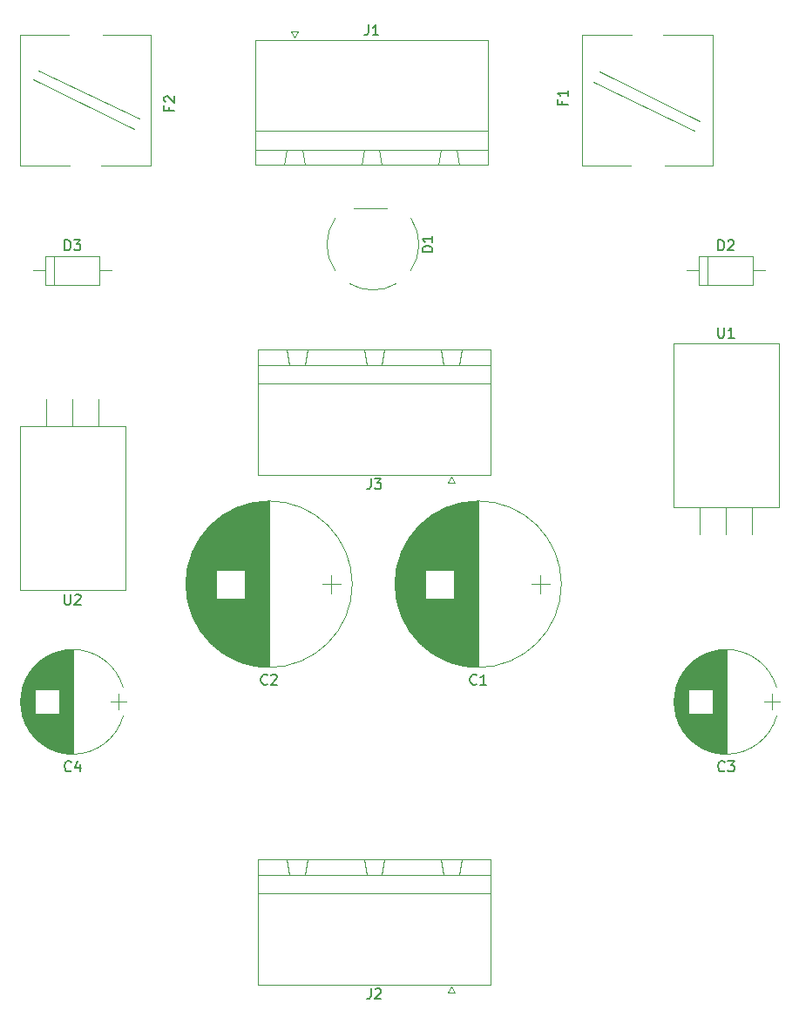
<source format=gto>
G04 #@! TF.GenerationSoftware,KiCad,Pcbnew,5.1.4-5.1.4*
G04 #@! TF.CreationDate,2019-11-01T09:42:33+01:00*
G04 #@! TF.ProjectId,Linear-Netzteil,4c696e65-6172-42d4-9e65-747a7465696c,rev?*
G04 #@! TF.SameCoordinates,Original*
G04 #@! TF.FileFunction,Legend,Top*
G04 #@! TF.FilePolarity,Positive*
%FSLAX46Y46*%
G04 Gerber Fmt 4.6, Leading zero omitted, Abs format (unit mm)*
G04 Created by KiCad (PCBNEW 5.1.4-5.1.4) date 2019-11-01 09:42:33*
%MOMM*%
%LPD*%
G04 APERTURE LIST*
%ADD10C,0.120000*%
%ADD11C,0.150000*%
G04 APERTURE END LIST*
D10*
X130570000Y-122820000D02*
X130570000Y-121020000D01*
X131470000Y-121920000D02*
X129670000Y-121920000D01*
X116439000Y-122283000D02*
X116439000Y-121557000D01*
X116479000Y-122779000D02*
X116479000Y-121061000D01*
X116519000Y-123084000D02*
X116519000Y-120756000D01*
X116559000Y-123325000D02*
X116559000Y-120515000D01*
X116599000Y-123530000D02*
X116599000Y-120310000D01*
X116639000Y-123712000D02*
X116639000Y-120128000D01*
X116679000Y-123876000D02*
X116679000Y-119964000D01*
X116719000Y-124027000D02*
X116719000Y-119813000D01*
X116759000Y-124168000D02*
X116759000Y-119672000D01*
X116799000Y-124299000D02*
X116799000Y-119541000D01*
X116839000Y-124423000D02*
X116839000Y-119417000D01*
X116879000Y-124541000D02*
X116879000Y-119299000D01*
X116919000Y-124653000D02*
X116919000Y-119187000D01*
X116959000Y-124761000D02*
X116959000Y-119079000D01*
X116999000Y-124863000D02*
X116999000Y-118977000D01*
X117039000Y-124962000D02*
X117039000Y-118878000D01*
X117079000Y-125058000D02*
X117079000Y-118782000D01*
X117119000Y-125150000D02*
X117119000Y-118690000D01*
X117159000Y-125239000D02*
X117159000Y-118601000D01*
X117199000Y-125325000D02*
X117199000Y-118515000D01*
X117239000Y-125409000D02*
X117239000Y-118431000D01*
X117279000Y-125490000D02*
X117279000Y-118350000D01*
X117319000Y-125569000D02*
X117319000Y-118271000D01*
X117359000Y-125646000D02*
X117359000Y-118194000D01*
X117399000Y-125722000D02*
X117399000Y-118118000D01*
X117439000Y-125795000D02*
X117439000Y-118045000D01*
X117479000Y-125866000D02*
X117479000Y-117974000D01*
X117519000Y-125936000D02*
X117519000Y-117904000D01*
X117559000Y-126004000D02*
X117559000Y-117836000D01*
X117599000Y-126071000D02*
X117599000Y-117769000D01*
X117639000Y-126137000D02*
X117639000Y-117703000D01*
X117679000Y-126201000D02*
X117679000Y-117639000D01*
X117719000Y-126263000D02*
X117719000Y-117577000D01*
X117759000Y-126325000D02*
X117759000Y-117515000D01*
X117799000Y-126385000D02*
X117799000Y-117455000D01*
X117839000Y-126444000D02*
X117839000Y-117396000D01*
X117879000Y-126502000D02*
X117879000Y-117338000D01*
X117919000Y-126559000D02*
X117919000Y-117281000D01*
X117959000Y-126615000D02*
X117959000Y-117225000D01*
X117999000Y-126670000D02*
X117999000Y-117170000D01*
X118039000Y-126724000D02*
X118039000Y-117116000D01*
X118079000Y-126777000D02*
X118079000Y-117063000D01*
X118119000Y-126829000D02*
X118119000Y-117011000D01*
X118159000Y-126880000D02*
X118159000Y-116960000D01*
X118199000Y-126931000D02*
X118199000Y-116909000D01*
X118239000Y-126980000D02*
X118239000Y-116860000D01*
X118279000Y-127029000D02*
X118279000Y-116811000D01*
X118319000Y-127077000D02*
X118319000Y-116763000D01*
X118359000Y-127125000D02*
X118359000Y-116715000D01*
X118399000Y-127171000D02*
X118399000Y-116669000D01*
X118439000Y-127217000D02*
X118439000Y-116623000D01*
X118479000Y-127263000D02*
X118479000Y-116577000D01*
X118519000Y-127307000D02*
X118519000Y-116533000D01*
X118559000Y-127351000D02*
X118559000Y-116489000D01*
X118599000Y-127394000D02*
X118599000Y-116446000D01*
X118639000Y-127437000D02*
X118639000Y-116403000D01*
X118679000Y-127479000D02*
X118679000Y-116361000D01*
X118719000Y-127520000D02*
X118719000Y-116320000D01*
X118759000Y-127561000D02*
X118759000Y-116279000D01*
X118799000Y-127601000D02*
X118799000Y-116239000D01*
X118839000Y-127641000D02*
X118839000Y-116199000D01*
X118879000Y-127680000D02*
X118879000Y-116160000D01*
X118919000Y-127719000D02*
X118919000Y-116121000D01*
X118959000Y-127757000D02*
X118959000Y-116083000D01*
X118999000Y-127795000D02*
X118999000Y-116045000D01*
X119039000Y-127832000D02*
X119039000Y-116008000D01*
X119079000Y-127868000D02*
X119079000Y-115972000D01*
X119119000Y-127904000D02*
X119119000Y-115936000D01*
X119159000Y-127940000D02*
X119159000Y-115900000D01*
X119199000Y-127975000D02*
X119199000Y-115865000D01*
X119239000Y-128010000D02*
X119239000Y-115830000D01*
X119279000Y-128044000D02*
X119279000Y-115796000D01*
X119319000Y-128078000D02*
X119319000Y-115762000D01*
X119359000Y-128111000D02*
X119359000Y-115729000D01*
X119399000Y-120540000D02*
X119399000Y-115696000D01*
X119399000Y-128144000D02*
X119399000Y-123300000D01*
X119439000Y-120540000D02*
X119439000Y-115663000D01*
X119439000Y-128177000D02*
X119439000Y-123300000D01*
X119479000Y-120540000D02*
X119479000Y-115631000D01*
X119479000Y-128209000D02*
X119479000Y-123300000D01*
X119519000Y-120540000D02*
X119519000Y-115600000D01*
X119519000Y-128240000D02*
X119519000Y-123300000D01*
X119559000Y-120540000D02*
X119559000Y-115568000D01*
X119559000Y-128272000D02*
X119559000Y-123300000D01*
X119599000Y-120540000D02*
X119599000Y-115538000D01*
X119599000Y-128302000D02*
X119599000Y-123300000D01*
X119639000Y-120540000D02*
X119639000Y-115507000D01*
X119639000Y-128333000D02*
X119639000Y-123300000D01*
X119679000Y-120540000D02*
X119679000Y-115477000D01*
X119679000Y-128363000D02*
X119679000Y-123300000D01*
X119719000Y-120540000D02*
X119719000Y-115447000D01*
X119719000Y-128393000D02*
X119719000Y-123300000D01*
X119759000Y-120540000D02*
X119759000Y-115418000D01*
X119759000Y-128422000D02*
X119759000Y-123300000D01*
X119799000Y-120540000D02*
X119799000Y-115389000D01*
X119799000Y-128451000D02*
X119799000Y-123300000D01*
X119839000Y-120540000D02*
X119839000Y-115361000D01*
X119839000Y-128479000D02*
X119839000Y-123300000D01*
X119879000Y-120540000D02*
X119879000Y-115332000D01*
X119879000Y-128508000D02*
X119879000Y-123300000D01*
X119919000Y-120540000D02*
X119919000Y-115305000D01*
X119919000Y-128535000D02*
X119919000Y-123300000D01*
X119959000Y-120540000D02*
X119959000Y-115277000D01*
X119959000Y-128563000D02*
X119959000Y-123300000D01*
X119999000Y-120540000D02*
X119999000Y-115250000D01*
X119999000Y-128590000D02*
X119999000Y-123300000D01*
X120039000Y-120540000D02*
X120039000Y-115223000D01*
X120039000Y-128617000D02*
X120039000Y-123300000D01*
X120079000Y-120540000D02*
X120079000Y-115197000D01*
X120079000Y-128643000D02*
X120079000Y-123300000D01*
X120119000Y-120540000D02*
X120119000Y-115171000D01*
X120119000Y-128669000D02*
X120119000Y-123300000D01*
X120159000Y-120540000D02*
X120159000Y-115145000D01*
X120159000Y-128695000D02*
X120159000Y-123300000D01*
X120199000Y-120540000D02*
X120199000Y-115119000D01*
X120199000Y-128721000D02*
X120199000Y-123300000D01*
X120239000Y-120540000D02*
X120239000Y-115094000D01*
X120239000Y-128746000D02*
X120239000Y-123300000D01*
X120279000Y-120540000D02*
X120279000Y-115070000D01*
X120279000Y-128770000D02*
X120279000Y-123300000D01*
X120319000Y-120540000D02*
X120319000Y-115045000D01*
X120319000Y-128795000D02*
X120319000Y-123300000D01*
X120359000Y-120540000D02*
X120359000Y-115021000D01*
X120359000Y-128819000D02*
X120359000Y-123300000D01*
X120399000Y-120540000D02*
X120399000Y-114997000D01*
X120399000Y-128843000D02*
X120399000Y-123300000D01*
X120439000Y-120540000D02*
X120439000Y-114974000D01*
X120439000Y-128866000D02*
X120439000Y-123300000D01*
X120479000Y-120540000D02*
X120479000Y-114950000D01*
X120479000Y-128890000D02*
X120479000Y-123300000D01*
X120519000Y-120540000D02*
X120519000Y-114928000D01*
X120519000Y-128912000D02*
X120519000Y-123300000D01*
X120559000Y-120540000D02*
X120559000Y-114905000D01*
X120559000Y-128935000D02*
X120559000Y-123300000D01*
X120599000Y-120540000D02*
X120599000Y-114883000D01*
X120599000Y-128957000D02*
X120599000Y-123300000D01*
X120639000Y-120540000D02*
X120639000Y-114861000D01*
X120639000Y-128979000D02*
X120639000Y-123300000D01*
X120679000Y-120540000D02*
X120679000Y-114839000D01*
X120679000Y-129001000D02*
X120679000Y-123300000D01*
X120719000Y-120540000D02*
X120719000Y-114818000D01*
X120719000Y-129022000D02*
X120719000Y-123300000D01*
X120759000Y-120540000D02*
X120759000Y-114796000D01*
X120759000Y-129044000D02*
X120759000Y-123300000D01*
X120799000Y-120540000D02*
X120799000Y-114776000D01*
X120799000Y-129064000D02*
X120799000Y-123300000D01*
X120839000Y-120540000D02*
X120839000Y-114755000D01*
X120839000Y-129085000D02*
X120839000Y-123300000D01*
X120879000Y-120540000D02*
X120879000Y-114735000D01*
X120879000Y-129105000D02*
X120879000Y-123300000D01*
X120919000Y-120540000D02*
X120919000Y-114715000D01*
X120919000Y-129125000D02*
X120919000Y-123300000D01*
X120959000Y-120540000D02*
X120959000Y-114695000D01*
X120959000Y-129145000D02*
X120959000Y-123300000D01*
X120999000Y-120540000D02*
X120999000Y-114675000D01*
X120999000Y-129165000D02*
X120999000Y-123300000D01*
X121039000Y-120540000D02*
X121039000Y-114656000D01*
X121039000Y-129184000D02*
X121039000Y-123300000D01*
X121079000Y-120540000D02*
X121079000Y-114637000D01*
X121079000Y-129203000D02*
X121079000Y-123300000D01*
X121119000Y-120540000D02*
X121119000Y-114619000D01*
X121119000Y-129221000D02*
X121119000Y-123300000D01*
X121159000Y-120540000D02*
X121159000Y-114600000D01*
X121159000Y-129240000D02*
X121159000Y-123300000D01*
X121199000Y-120540000D02*
X121199000Y-114582000D01*
X121199000Y-129258000D02*
X121199000Y-123300000D01*
X121239000Y-120540000D02*
X121239000Y-114564000D01*
X121239000Y-129276000D02*
X121239000Y-123300000D01*
X121279000Y-120540000D02*
X121279000Y-114547000D01*
X121279000Y-129293000D02*
X121279000Y-123300000D01*
X121319000Y-120540000D02*
X121319000Y-114529000D01*
X121319000Y-129311000D02*
X121319000Y-123300000D01*
X121359000Y-120540000D02*
X121359000Y-114512000D01*
X121359000Y-129328000D02*
X121359000Y-123300000D01*
X121399000Y-120540000D02*
X121399000Y-114495000D01*
X121399000Y-129345000D02*
X121399000Y-123300000D01*
X121439000Y-120540000D02*
X121439000Y-114479000D01*
X121439000Y-129361000D02*
X121439000Y-123300000D01*
X121479000Y-120540000D02*
X121479000Y-114462000D01*
X121479000Y-129378000D02*
X121479000Y-123300000D01*
X121519000Y-120540000D02*
X121519000Y-114446000D01*
X121519000Y-129394000D02*
X121519000Y-123300000D01*
X121559000Y-120540000D02*
X121559000Y-114430000D01*
X121559000Y-129410000D02*
X121559000Y-123300000D01*
X121599000Y-120540000D02*
X121599000Y-114415000D01*
X121599000Y-129425000D02*
X121599000Y-123300000D01*
X121639000Y-120540000D02*
X121639000Y-114399000D01*
X121639000Y-129441000D02*
X121639000Y-123300000D01*
X121679000Y-120540000D02*
X121679000Y-114384000D01*
X121679000Y-129456000D02*
X121679000Y-123300000D01*
X121719000Y-120540000D02*
X121719000Y-114370000D01*
X121719000Y-129470000D02*
X121719000Y-123300000D01*
X121759000Y-120540000D02*
X121759000Y-114355000D01*
X121759000Y-129485000D02*
X121759000Y-123300000D01*
X121799000Y-120540000D02*
X121799000Y-114340000D01*
X121799000Y-129500000D02*
X121799000Y-123300000D01*
X121839000Y-120540000D02*
X121839000Y-114326000D01*
X121839000Y-129514000D02*
X121839000Y-123300000D01*
X121879000Y-120540000D02*
X121879000Y-114312000D01*
X121879000Y-129528000D02*
X121879000Y-123300000D01*
X121919000Y-120540000D02*
X121919000Y-114299000D01*
X121919000Y-129541000D02*
X121919000Y-123300000D01*
X121959000Y-120540000D02*
X121959000Y-114285000D01*
X121959000Y-129555000D02*
X121959000Y-123300000D01*
X121999000Y-120540000D02*
X121999000Y-114272000D01*
X121999000Y-129568000D02*
X121999000Y-123300000D01*
X122039000Y-120540000D02*
X122039000Y-114259000D01*
X122039000Y-129581000D02*
X122039000Y-123300000D01*
X122079000Y-120540000D02*
X122079000Y-114246000D01*
X122079000Y-129594000D02*
X122079000Y-123300000D01*
X122119000Y-120540000D02*
X122119000Y-114234000D01*
X122119000Y-129606000D02*
X122119000Y-123300000D01*
X122159000Y-129619000D02*
X122159000Y-114221000D01*
X122199000Y-129631000D02*
X122199000Y-114209000D01*
X122239000Y-129643000D02*
X122239000Y-114197000D01*
X122279000Y-129654000D02*
X122279000Y-114186000D01*
X122319000Y-129666000D02*
X122319000Y-114174000D01*
X122359000Y-129677000D02*
X122359000Y-114163000D01*
X122399000Y-129688000D02*
X122399000Y-114152000D01*
X122439000Y-129699000D02*
X122439000Y-114141000D01*
X122479000Y-129709000D02*
X122479000Y-114131000D01*
X122519000Y-129719000D02*
X122519000Y-114121000D01*
X122559000Y-129729000D02*
X122559000Y-114111000D01*
X122599000Y-129739000D02*
X122599000Y-114101000D01*
X122639000Y-129749000D02*
X122639000Y-114091000D01*
X122679000Y-129758000D02*
X122679000Y-114082000D01*
X122719000Y-129768000D02*
X122719000Y-114072000D01*
X122759000Y-129777000D02*
X122759000Y-114063000D01*
X122799000Y-129786000D02*
X122799000Y-114054000D01*
X122839000Y-129794000D02*
X122839000Y-114046000D01*
X122879000Y-129803000D02*
X122879000Y-114037000D01*
X122919000Y-129811000D02*
X122919000Y-114029000D01*
X122959000Y-129819000D02*
X122959000Y-114021000D01*
X122999000Y-129826000D02*
X122999000Y-114014000D01*
X123039000Y-129834000D02*
X123039000Y-114006000D01*
X123079000Y-129841000D02*
X123079000Y-113999000D01*
X123119000Y-129848000D02*
X123119000Y-113992000D01*
X123159000Y-129855000D02*
X123159000Y-113985000D01*
X123199000Y-129862000D02*
X123199000Y-113978000D01*
X123239000Y-129869000D02*
X123239000Y-113971000D01*
X123279000Y-129875000D02*
X123279000Y-113965000D01*
X123319000Y-129881000D02*
X123319000Y-113959000D01*
X123359000Y-129887000D02*
X123359000Y-113953000D01*
X123399000Y-129893000D02*
X123399000Y-113947000D01*
X123439000Y-129898000D02*
X123439000Y-113942000D01*
X123479000Y-129903000D02*
X123479000Y-113937000D01*
X123519000Y-129908000D02*
X123519000Y-113932000D01*
X123559000Y-129913000D02*
X123559000Y-113927000D01*
X123599000Y-129918000D02*
X123599000Y-113922000D01*
X123639000Y-129922000D02*
X123639000Y-113918000D01*
X123679000Y-129927000D02*
X123679000Y-113913000D01*
X123719000Y-129931000D02*
X123719000Y-113909000D01*
X123759000Y-129935000D02*
X123759000Y-113905000D01*
X123799000Y-129938000D02*
X123799000Y-113902000D01*
X123840000Y-129942000D02*
X123840000Y-113898000D01*
X123880000Y-129945000D02*
X123880000Y-113895000D01*
X123920000Y-129948000D02*
X123920000Y-113892000D01*
X123960000Y-129951000D02*
X123960000Y-113889000D01*
X124000000Y-129954000D02*
X124000000Y-113886000D01*
X124040000Y-129956000D02*
X124040000Y-113884000D01*
X124080000Y-129959000D02*
X124080000Y-113881000D01*
X124120000Y-129961000D02*
X124120000Y-113879000D01*
X124160000Y-129962000D02*
X124160000Y-113878000D01*
X124200000Y-129964000D02*
X124200000Y-113876000D01*
X124240000Y-129966000D02*
X124240000Y-113874000D01*
X124280000Y-129967000D02*
X124280000Y-113873000D01*
X124320000Y-129968000D02*
X124320000Y-113872000D01*
X124360000Y-129969000D02*
X124360000Y-113871000D01*
X124400000Y-129970000D02*
X124400000Y-113870000D01*
X124440000Y-129970000D02*
X124440000Y-113870000D01*
X124480000Y-129970000D02*
X124480000Y-113870000D01*
X124520000Y-129971000D02*
X124520000Y-113869000D01*
X132610000Y-121920000D02*
G75*
G03X132610000Y-121920000I-8090000J0D01*
G01*
X112290000Y-121920000D02*
G75*
G03X112290000Y-121920000I-8090000J0D01*
G01*
X104200000Y-129971000D02*
X104200000Y-113869000D01*
X104160000Y-129970000D02*
X104160000Y-113870000D01*
X104120000Y-129970000D02*
X104120000Y-113870000D01*
X104080000Y-129970000D02*
X104080000Y-113870000D01*
X104040000Y-129969000D02*
X104040000Y-113871000D01*
X104000000Y-129968000D02*
X104000000Y-113872000D01*
X103960000Y-129967000D02*
X103960000Y-113873000D01*
X103920000Y-129966000D02*
X103920000Y-113874000D01*
X103880000Y-129964000D02*
X103880000Y-113876000D01*
X103840000Y-129962000D02*
X103840000Y-113878000D01*
X103800000Y-129961000D02*
X103800000Y-113879000D01*
X103760000Y-129959000D02*
X103760000Y-113881000D01*
X103720000Y-129956000D02*
X103720000Y-113884000D01*
X103680000Y-129954000D02*
X103680000Y-113886000D01*
X103640000Y-129951000D02*
X103640000Y-113889000D01*
X103600000Y-129948000D02*
X103600000Y-113892000D01*
X103560000Y-129945000D02*
X103560000Y-113895000D01*
X103520000Y-129942000D02*
X103520000Y-113898000D01*
X103479000Y-129938000D02*
X103479000Y-113902000D01*
X103439000Y-129935000D02*
X103439000Y-113905000D01*
X103399000Y-129931000D02*
X103399000Y-113909000D01*
X103359000Y-129927000D02*
X103359000Y-113913000D01*
X103319000Y-129922000D02*
X103319000Y-113918000D01*
X103279000Y-129918000D02*
X103279000Y-113922000D01*
X103239000Y-129913000D02*
X103239000Y-113927000D01*
X103199000Y-129908000D02*
X103199000Y-113932000D01*
X103159000Y-129903000D02*
X103159000Y-113937000D01*
X103119000Y-129898000D02*
X103119000Y-113942000D01*
X103079000Y-129893000D02*
X103079000Y-113947000D01*
X103039000Y-129887000D02*
X103039000Y-113953000D01*
X102999000Y-129881000D02*
X102999000Y-113959000D01*
X102959000Y-129875000D02*
X102959000Y-113965000D01*
X102919000Y-129869000D02*
X102919000Y-113971000D01*
X102879000Y-129862000D02*
X102879000Y-113978000D01*
X102839000Y-129855000D02*
X102839000Y-113985000D01*
X102799000Y-129848000D02*
X102799000Y-113992000D01*
X102759000Y-129841000D02*
X102759000Y-113999000D01*
X102719000Y-129834000D02*
X102719000Y-114006000D01*
X102679000Y-129826000D02*
X102679000Y-114014000D01*
X102639000Y-129819000D02*
X102639000Y-114021000D01*
X102599000Y-129811000D02*
X102599000Y-114029000D01*
X102559000Y-129803000D02*
X102559000Y-114037000D01*
X102519000Y-129794000D02*
X102519000Y-114046000D01*
X102479000Y-129786000D02*
X102479000Y-114054000D01*
X102439000Y-129777000D02*
X102439000Y-114063000D01*
X102399000Y-129768000D02*
X102399000Y-114072000D01*
X102359000Y-129758000D02*
X102359000Y-114082000D01*
X102319000Y-129749000D02*
X102319000Y-114091000D01*
X102279000Y-129739000D02*
X102279000Y-114101000D01*
X102239000Y-129729000D02*
X102239000Y-114111000D01*
X102199000Y-129719000D02*
X102199000Y-114121000D01*
X102159000Y-129709000D02*
X102159000Y-114131000D01*
X102119000Y-129699000D02*
X102119000Y-114141000D01*
X102079000Y-129688000D02*
X102079000Y-114152000D01*
X102039000Y-129677000D02*
X102039000Y-114163000D01*
X101999000Y-129666000D02*
X101999000Y-114174000D01*
X101959000Y-129654000D02*
X101959000Y-114186000D01*
X101919000Y-129643000D02*
X101919000Y-114197000D01*
X101879000Y-129631000D02*
X101879000Y-114209000D01*
X101839000Y-129619000D02*
X101839000Y-114221000D01*
X101799000Y-129606000D02*
X101799000Y-123300000D01*
X101799000Y-120540000D02*
X101799000Y-114234000D01*
X101759000Y-129594000D02*
X101759000Y-123300000D01*
X101759000Y-120540000D02*
X101759000Y-114246000D01*
X101719000Y-129581000D02*
X101719000Y-123300000D01*
X101719000Y-120540000D02*
X101719000Y-114259000D01*
X101679000Y-129568000D02*
X101679000Y-123300000D01*
X101679000Y-120540000D02*
X101679000Y-114272000D01*
X101639000Y-129555000D02*
X101639000Y-123300000D01*
X101639000Y-120540000D02*
X101639000Y-114285000D01*
X101599000Y-129541000D02*
X101599000Y-123300000D01*
X101599000Y-120540000D02*
X101599000Y-114299000D01*
X101559000Y-129528000D02*
X101559000Y-123300000D01*
X101559000Y-120540000D02*
X101559000Y-114312000D01*
X101519000Y-129514000D02*
X101519000Y-123300000D01*
X101519000Y-120540000D02*
X101519000Y-114326000D01*
X101479000Y-129500000D02*
X101479000Y-123300000D01*
X101479000Y-120540000D02*
X101479000Y-114340000D01*
X101439000Y-129485000D02*
X101439000Y-123300000D01*
X101439000Y-120540000D02*
X101439000Y-114355000D01*
X101399000Y-129470000D02*
X101399000Y-123300000D01*
X101399000Y-120540000D02*
X101399000Y-114370000D01*
X101359000Y-129456000D02*
X101359000Y-123300000D01*
X101359000Y-120540000D02*
X101359000Y-114384000D01*
X101319000Y-129441000D02*
X101319000Y-123300000D01*
X101319000Y-120540000D02*
X101319000Y-114399000D01*
X101279000Y-129425000D02*
X101279000Y-123300000D01*
X101279000Y-120540000D02*
X101279000Y-114415000D01*
X101239000Y-129410000D02*
X101239000Y-123300000D01*
X101239000Y-120540000D02*
X101239000Y-114430000D01*
X101199000Y-129394000D02*
X101199000Y-123300000D01*
X101199000Y-120540000D02*
X101199000Y-114446000D01*
X101159000Y-129378000D02*
X101159000Y-123300000D01*
X101159000Y-120540000D02*
X101159000Y-114462000D01*
X101119000Y-129361000D02*
X101119000Y-123300000D01*
X101119000Y-120540000D02*
X101119000Y-114479000D01*
X101079000Y-129345000D02*
X101079000Y-123300000D01*
X101079000Y-120540000D02*
X101079000Y-114495000D01*
X101039000Y-129328000D02*
X101039000Y-123300000D01*
X101039000Y-120540000D02*
X101039000Y-114512000D01*
X100999000Y-129311000D02*
X100999000Y-123300000D01*
X100999000Y-120540000D02*
X100999000Y-114529000D01*
X100959000Y-129293000D02*
X100959000Y-123300000D01*
X100959000Y-120540000D02*
X100959000Y-114547000D01*
X100919000Y-129276000D02*
X100919000Y-123300000D01*
X100919000Y-120540000D02*
X100919000Y-114564000D01*
X100879000Y-129258000D02*
X100879000Y-123300000D01*
X100879000Y-120540000D02*
X100879000Y-114582000D01*
X100839000Y-129240000D02*
X100839000Y-123300000D01*
X100839000Y-120540000D02*
X100839000Y-114600000D01*
X100799000Y-129221000D02*
X100799000Y-123300000D01*
X100799000Y-120540000D02*
X100799000Y-114619000D01*
X100759000Y-129203000D02*
X100759000Y-123300000D01*
X100759000Y-120540000D02*
X100759000Y-114637000D01*
X100719000Y-129184000D02*
X100719000Y-123300000D01*
X100719000Y-120540000D02*
X100719000Y-114656000D01*
X100679000Y-129165000D02*
X100679000Y-123300000D01*
X100679000Y-120540000D02*
X100679000Y-114675000D01*
X100639000Y-129145000D02*
X100639000Y-123300000D01*
X100639000Y-120540000D02*
X100639000Y-114695000D01*
X100599000Y-129125000D02*
X100599000Y-123300000D01*
X100599000Y-120540000D02*
X100599000Y-114715000D01*
X100559000Y-129105000D02*
X100559000Y-123300000D01*
X100559000Y-120540000D02*
X100559000Y-114735000D01*
X100519000Y-129085000D02*
X100519000Y-123300000D01*
X100519000Y-120540000D02*
X100519000Y-114755000D01*
X100479000Y-129064000D02*
X100479000Y-123300000D01*
X100479000Y-120540000D02*
X100479000Y-114776000D01*
X100439000Y-129044000D02*
X100439000Y-123300000D01*
X100439000Y-120540000D02*
X100439000Y-114796000D01*
X100399000Y-129022000D02*
X100399000Y-123300000D01*
X100399000Y-120540000D02*
X100399000Y-114818000D01*
X100359000Y-129001000D02*
X100359000Y-123300000D01*
X100359000Y-120540000D02*
X100359000Y-114839000D01*
X100319000Y-128979000D02*
X100319000Y-123300000D01*
X100319000Y-120540000D02*
X100319000Y-114861000D01*
X100279000Y-128957000D02*
X100279000Y-123300000D01*
X100279000Y-120540000D02*
X100279000Y-114883000D01*
X100239000Y-128935000D02*
X100239000Y-123300000D01*
X100239000Y-120540000D02*
X100239000Y-114905000D01*
X100199000Y-128912000D02*
X100199000Y-123300000D01*
X100199000Y-120540000D02*
X100199000Y-114928000D01*
X100159000Y-128890000D02*
X100159000Y-123300000D01*
X100159000Y-120540000D02*
X100159000Y-114950000D01*
X100119000Y-128866000D02*
X100119000Y-123300000D01*
X100119000Y-120540000D02*
X100119000Y-114974000D01*
X100079000Y-128843000D02*
X100079000Y-123300000D01*
X100079000Y-120540000D02*
X100079000Y-114997000D01*
X100039000Y-128819000D02*
X100039000Y-123300000D01*
X100039000Y-120540000D02*
X100039000Y-115021000D01*
X99999000Y-128795000D02*
X99999000Y-123300000D01*
X99999000Y-120540000D02*
X99999000Y-115045000D01*
X99959000Y-128770000D02*
X99959000Y-123300000D01*
X99959000Y-120540000D02*
X99959000Y-115070000D01*
X99919000Y-128746000D02*
X99919000Y-123300000D01*
X99919000Y-120540000D02*
X99919000Y-115094000D01*
X99879000Y-128721000D02*
X99879000Y-123300000D01*
X99879000Y-120540000D02*
X99879000Y-115119000D01*
X99839000Y-128695000D02*
X99839000Y-123300000D01*
X99839000Y-120540000D02*
X99839000Y-115145000D01*
X99799000Y-128669000D02*
X99799000Y-123300000D01*
X99799000Y-120540000D02*
X99799000Y-115171000D01*
X99759000Y-128643000D02*
X99759000Y-123300000D01*
X99759000Y-120540000D02*
X99759000Y-115197000D01*
X99719000Y-128617000D02*
X99719000Y-123300000D01*
X99719000Y-120540000D02*
X99719000Y-115223000D01*
X99679000Y-128590000D02*
X99679000Y-123300000D01*
X99679000Y-120540000D02*
X99679000Y-115250000D01*
X99639000Y-128563000D02*
X99639000Y-123300000D01*
X99639000Y-120540000D02*
X99639000Y-115277000D01*
X99599000Y-128535000D02*
X99599000Y-123300000D01*
X99599000Y-120540000D02*
X99599000Y-115305000D01*
X99559000Y-128508000D02*
X99559000Y-123300000D01*
X99559000Y-120540000D02*
X99559000Y-115332000D01*
X99519000Y-128479000D02*
X99519000Y-123300000D01*
X99519000Y-120540000D02*
X99519000Y-115361000D01*
X99479000Y-128451000D02*
X99479000Y-123300000D01*
X99479000Y-120540000D02*
X99479000Y-115389000D01*
X99439000Y-128422000D02*
X99439000Y-123300000D01*
X99439000Y-120540000D02*
X99439000Y-115418000D01*
X99399000Y-128393000D02*
X99399000Y-123300000D01*
X99399000Y-120540000D02*
X99399000Y-115447000D01*
X99359000Y-128363000D02*
X99359000Y-123300000D01*
X99359000Y-120540000D02*
X99359000Y-115477000D01*
X99319000Y-128333000D02*
X99319000Y-123300000D01*
X99319000Y-120540000D02*
X99319000Y-115507000D01*
X99279000Y-128302000D02*
X99279000Y-123300000D01*
X99279000Y-120540000D02*
X99279000Y-115538000D01*
X99239000Y-128272000D02*
X99239000Y-123300000D01*
X99239000Y-120540000D02*
X99239000Y-115568000D01*
X99199000Y-128240000D02*
X99199000Y-123300000D01*
X99199000Y-120540000D02*
X99199000Y-115600000D01*
X99159000Y-128209000D02*
X99159000Y-123300000D01*
X99159000Y-120540000D02*
X99159000Y-115631000D01*
X99119000Y-128177000D02*
X99119000Y-123300000D01*
X99119000Y-120540000D02*
X99119000Y-115663000D01*
X99079000Y-128144000D02*
X99079000Y-123300000D01*
X99079000Y-120540000D02*
X99079000Y-115696000D01*
X99039000Y-128111000D02*
X99039000Y-115729000D01*
X98999000Y-128078000D02*
X98999000Y-115762000D01*
X98959000Y-128044000D02*
X98959000Y-115796000D01*
X98919000Y-128010000D02*
X98919000Y-115830000D01*
X98879000Y-127975000D02*
X98879000Y-115865000D01*
X98839000Y-127940000D02*
X98839000Y-115900000D01*
X98799000Y-127904000D02*
X98799000Y-115936000D01*
X98759000Y-127868000D02*
X98759000Y-115972000D01*
X98719000Y-127832000D02*
X98719000Y-116008000D01*
X98679000Y-127795000D02*
X98679000Y-116045000D01*
X98639000Y-127757000D02*
X98639000Y-116083000D01*
X98599000Y-127719000D02*
X98599000Y-116121000D01*
X98559000Y-127680000D02*
X98559000Y-116160000D01*
X98519000Y-127641000D02*
X98519000Y-116199000D01*
X98479000Y-127601000D02*
X98479000Y-116239000D01*
X98439000Y-127561000D02*
X98439000Y-116279000D01*
X98399000Y-127520000D02*
X98399000Y-116320000D01*
X98359000Y-127479000D02*
X98359000Y-116361000D01*
X98319000Y-127437000D02*
X98319000Y-116403000D01*
X98279000Y-127394000D02*
X98279000Y-116446000D01*
X98239000Y-127351000D02*
X98239000Y-116489000D01*
X98199000Y-127307000D02*
X98199000Y-116533000D01*
X98159000Y-127263000D02*
X98159000Y-116577000D01*
X98119000Y-127217000D02*
X98119000Y-116623000D01*
X98079000Y-127171000D02*
X98079000Y-116669000D01*
X98039000Y-127125000D02*
X98039000Y-116715000D01*
X97999000Y-127077000D02*
X97999000Y-116763000D01*
X97959000Y-127029000D02*
X97959000Y-116811000D01*
X97919000Y-126980000D02*
X97919000Y-116860000D01*
X97879000Y-126931000D02*
X97879000Y-116909000D01*
X97839000Y-126880000D02*
X97839000Y-116960000D01*
X97799000Y-126829000D02*
X97799000Y-117011000D01*
X97759000Y-126777000D02*
X97759000Y-117063000D01*
X97719000Y-126724000D02*
X97719000Y-117116000D01*
X97679000Y-126670000D02*
X97679000Y-117170000D01*
X97639000Y-126615000D02*
X97639000Y-117225000D01*
X97599000Y-126559000D02*
X97599000Y-117281000D01*
X97559000Y-126502000D02*
X97559000Y-117338000D01*
X97519000Y-126444000D02*
X97519000Y-117396000D01*
X97479000Y-126385000D02*
X97479000Y-117455000D01*
X97439000Y-126325000D02*
X97439000Y-117515000D01*
X97399000Y-126263000D02*
X97399000Y-117577000D01*
X97359000Y-126201000D02*
X97359000Y-117639000D01*
X97319000Y-126137000D02*
X97319000Y-117703000D01*
X97279000Y-126071000D02*
X97279000Y-117769000D01*
X97239000Y-126004000D02*
X97239000Y-117836000D01*
X97199000Y-125936000D02*
X97199000Y-117904000D01*
X97159000Y-125866000D02*
X97159000Y-117974000D01*
X97119000Y-125795000D02*
X97119000Y-118045000D01*
X97079000Y-125722000D02*
X97079000Y-118118000D01*
X97039000Y-125646000D02*
X97039000Y-118194000D01*
X96999000Y-125569000D02*
X96999000Y-118271000D01*
X96959000Y-125490000D02*
X96959000Y-118350000D01*
X96919000Y-125409000D02*
X96919000Y-118431000D01*
X96879000Y-125325000D02*
X96879000Y-118515000D01*
X96839000Y-125239000D02*
X96839000Y-118601000D01*
X96799000Y-125150000D02*
X96799000Y-118690000D01*
X96759000Y-125058000D02*
X96759000Y-118782000D01*
X96719000Y-124962000D02*
X96719000Y-118878000D01*
X96679000Y-124863000D02*
X96679000Y-118977000D01*
X96639000Y-124761000D02*
X96639000Y-119079000D01*
X96599000Y-124653000D02*
X96599000Y-119187000D01*
X96559000Y-124541000D02*
X96559000Y-119299000D01*
X96519000Y-124423000D02*
X96519000Y-119417000D01*
X96479000Y-124299000D02*
X96479000Y-119541000D01*
X96439000Y-124168000D02*
X96439000Y-119672000D01*
X96399000Y-124027000D02*
X96399000Y-119813000D01*
X96359000Y-123876000D02*
X96359000Y-119964000D01*
X96319000Y-123712000D02*
X96319000Y-120128000D01*
X96279000Y-123530000D02*
X96279000Y-120310000D01*
X96239000Y-123325000D02*
X96239000Y-120515000D01*
X96199000Y-123084000D02*
X96199000Y-120756000D01*
X96159000Y-122779000D02*
X96159000Y-121061000D01*
X96119000Y-122283000D02*
X96119000Y-121557000D01*
X111150000Y-121920000D02*
X109350000Y-121920000D01*
X110250000Y-122820000D02*
X110250000Y-121020000D01*
X153080000Y-134100000D02*
X153080000Y-132600000D01*
X153830000Y-133350000D02*
X152330000Y-133350000D01*
X143549000Y-133629000D02*
X143549000Y-133071000D01*
X143589000Y-134022000D02*
X143589000Y-132678000D01*
X143629000Y-134263000D02*
X143629000Y-132437000D01*
X143669000Y-134454000D02*
X143669000Y-132246000D01*
X143709000Y-134615000D02*
X143709000Y-132085000D01*
X143749000Y-134757000D02*
X143749000Y-131943000D01*
X143789000Y-134886000D02*
X143789000Y-131814000D01*
X143829000Y-135004000D02*
X143829000Y-131696000D01*
X143869000Y-135113000D02*
X143869000Y-131587000D01*
X143909000Y-135216000D02*
X143909000Y-131484000D01*
X143949000Y-135312000D02*
X143949000Y-131388000D01*
X143989000Y-135403000D02*
X143989000Y-131297000D01*
X144029000Y-135490000D02*
X144029000Y-131210000D01*
X144069000Y-135572000D02*
X144069000Y-131128000D01*
X144109000Y-135651000D02*
X144109000Y-131049000D01*
X144149000Y-135727000D02*
X144149000Y-130973000D01*
X144189000Y-135799000D02*
X144189000Y-130901000D01*
X144229000Y-135869000D02*
X144229000Y-130831000D01*
X144269000Y-135937000D02*
X144269000Y-130763000D01*
X144309000Y-136002000D02*
X144309000Y-130698000D01*
X144349000Y-136065000D02*
X144349000Y-130635000D01*
X144389000Y-136127000D02*
X144389000Y-130573000D01*
X144429000Y-136186000D02*
X144429000Y-130514000D01*
X144469000Y-136244000D02*
X144469000Y-130456000D01*
X144509000Y-136299000D02*
X144509000Y-130401000D01*
X144549000Y-136354000D02*
X144549000Y-130346000D01*
X144589000Y-136407000D02*
X144589000Y-130293000D01*
X144629000Y-136458000D02*
X144629000Y-130242000D01*
X144669000Y-136508000D02*
X144669000Y-130192000D01*
X144709000Y-136557000D02*
X144709000Y-130143000D01*
X144749000Y-136605000D02*
X144749000Y-130095000D01*
X144789000Y-136652000D02*
X144789000Y-130048000D01*
X144829000Y-136697000D02*
X144829000Y-130003000D01*
X144869000Y-136741000D02*
X144869000Y-129959000D01*
X144909000Y-136785000D02*
X144909000Y-129915000D01*
X144949000Y-136827000D02*
X144949000Y-129873000D01*
X144989000Y-132169000D02*
X144989000Y-129832000D01*
X144989000Y-136868000D02*
X144989000Y-134531000D01*
X145029000Y-132169000D02*
X145029000Y-129791000D01*
X145029000Y-136909000D02*
X145029000Y-134531000D01*
X145069000Y-132169000D02*
X145069000Y-129752000D01*
X145069000Y-136948000D02*
X145069000Y-134531000D01*
X145109000Y-132169000D02*
X145109000Y-129713000D01*
X145109000Y-136987000D02*
X145109000Y-134531000D01*
X145149000Y-132169000D02*
X145149000Y-129675000D01*
X145149000Y-137025000D02*
X145149000Y-134531000D01*
X145189000Y-132169000D02*
X145189000Y-129638000D01*
X145189000Y-137062000D02*
X145189000Y-134531000D01*
X145229000Y-132169000D02*
X145229000Y-129602000D01*
X145229000Y-137098000D02*
X145229000Y-134531000D01*
X145269000Y-132169000D02*
X145269000Y-129566000D01*
X145269000Y-137134000D02*
X145269000Y-134531000D01*
X145309000Y-132169000D02*
X145309000Y-129531000D01*
X145309000Y-137169000D02*
X145309000Y-134531000D01*
X145349000Y-132169000D02*
X145349000Y-129497000D01*
X145349000Y-137203000D02*
X145349000Y-134531000D01*
X145389000Y-132169000D02*
X145389000Y-129464000D01*
X145389000Y-137236000D02*
X145389000Y-134531000D01*
X145429000Y-132169000D02*
X145429000Y-129431000D01*
X145429000Y-137269000D02*
X145429000Y-134531000D01*
X145469000Y-132169000D02*
X145469000Y-129399000D01*
X145469000Y-137301000D02*
X145469000Y-134531000D01*
X145509000Y-132169000D02*
X145509000Y-129368000D01*
X145509000Y-137332000D02*
X145509000Y-134531000D01*
X145549000Y-132169000D02*
X145549000Y-129337000D01*
X145549000Y-137363000D02*
X145549000Y-134531000D01*
X145589000Y-132169000D02*
X145589000Y-129307000D01*
X145589000Y-137393000D02*
X145589000Y-134531000D01*
X145629000Y-132169000D02*
X145629000Y-129278000D01*
X145629000Y-137422000D02*
X145629000Y-134531000D01*
X145669000Y-132169000D02*
X145669000Y-129249000D01*
X145669000Y-137451000D02*
X145669000Y-134531000D01*
X145709000Y-132169000D02*
X145709000Y-129220000D01*
X145709000Y-137480000D02*
X145709000Y-134531000D01*
X145749000Y-132169000D02*
X145749000Y-129193000D01*
X145749000Y-137507000D02*
X145749000Y-134531000D01*
X145789000Y-132169000D02*
X145789000Y-129165000D01*
X145789000Y-137535000D02*
X145789000Y-134531000D01*
X145829000Y-132169000D02*
X145829000Y-129139000D01*
X145829000Y-137561000D02*
X145829000Y-134531000D01*
X145869000Y-132169000D02*
X145869000Y-129113000D01*
X145869000Y-137587000D02*
X145869000Y-134531000D01*
X145909000Y-132169000D02*
X145909000Y-129087000D01*
X145909000Y-137613000D02*
X145909000Y-134531000D01*
X145949000Y-132169000D02*
X145949000Y-129062000D01*
X145949000Y-137638000D02*
X145949000Y-134531000D01*
X145989000Y-132169000D02*
X145989000Y-129038000D01*
X145989000Y-137662000D02*
X145989000Y-134531000D01*
X146029000Y-132169000D02*
X146029000Y-129014000D01*
X146029000Y-137686000D02*
X146029000Y-134531000D01*
X146069000Y-132169000D02*
X146069000Y-128990000D01*
X146069000Y-137710000D02*
X146069000Y-134531000D01*
X146109000Y-132169000D02*
X146109000Y-128967000D01*
X146109000Y-137733000D02*
X146109000Y-134531000D01*
X146149000Y-132169000D02*
X146149000Y-128945000D01*
X146149000Y-137755000D02*
X146149000Y-134531000D01*
X146189000Y-132169000D02*
X146189000Y-128922000D01*
X146189000Y-137778000D02*
X146189000Y-134531000D01*
X146229000Y-132169000D02*
X146229000Y-128901000D01*
X146229000Y-137799000D02*
X146229000Y-134531000D01*
X146269000Y-132169000D02*
X146269000Y-128880000D01*
X146269000Y-137820000D02*
X146269000Y-134531000D01*
X146309000Y-132169000D02*
X146309000Y-128859000D01*
X146309000Y-137841000D02*
X146309000Y-134531000D01*
X146349000Y-132169000D02*
X146349000Y-128839000D01*
X146349000Y-137861000D02*
X146349000Y-134531000D01*
X146389000Y-132169000D02*
X146389000Y-128819000D01*
X146389000Y-137881000D02*
X146389000Y-134531000D01*
X146429000Y-132169000D02*
X146429000Y-128800000D01*
X146429000Y-137900000D02*
X146429000Y-134531000D01*
X146469000Y-132169000D02*
X146469000Y-128781000D01*
X146469000Y-137919000D02*
X146469000Y-134531000D01*
X146509000Y-132169000D02*
X146509000Y-128762000D01*
X146509000Y-137938000D02*
X146509000Y-134531000D01*
X146549000Y-132169000D02*
X146549000Y-128744000D01*
X146549000Y-137956000D02*
X146549000Y-134531000D01*
X146589000Y-132169000D02*
X146589000Y-128726000D01*
X146589000Y-137974000D02*
X146589000Y-134531000D01*
X146629000Y-132169000D02*
X146629000Y-128709000D01*
X146629000Y-137991000D02*
X146629000Y-134531000D01*
X146669000Y-132169000D02*
X146669000Y-128692000D01*
X146669000Y-138008000D02*
X146669000Y-134531000D01*
X146709000Y-132169000D02*
X146709000Y-128676000D01*
X146709000Y-138024000D02*
X146709000Y-134531000D01*
X146749000Y-132169000D02*
X146749000Y-128659000D01*
X146749000Y-138041000D02*
X146749000Y-134531000D01*
X146789000Y-132169000D02*
X146789000Y-128644000D01*
X146789000Y-138056000D02*
X146789000Y-134531000D01*
X146829000Y-132169000D02*
X146829000Y-128628000D01*
X146829000Y-138072000D02*
X146829000Y-134531000D01*
X146869000Y-132169000D02*
X146869000Y-128613000D01*
X146869000Y-138087000D02*
X146869000Y-134531000D01*
X146909000Y-132169000D02*
X146909000Y-128599000D01*
X146909000Y-138101000D02*
X146909000Y-134531000D01*
X146949000Y-132169000D02*
X146949000Y-128585000D01*
X146949000Y-138115000D02*
X146949000Y-134531000D01*
X146989000Y-132169000D02*
X146989000Y-128571000D01*
X146989000Y-138129000D02*
X146989000Y-134531000D01*
X147029000Y-132169000D02*
X147029000Y-128558000D01*
X147029000Y-138142000D02*
X147029000Y-134531000D01*
X147069000Y-132169000D02*
X147069000Y-128544000D01*
X147069000Y-138156000D02*
X147069000Y-134531000D01*
X147109000Y-132169000D02*
X147109000Y-128532000D01*
X147109000Y-138168000D02*
X147109000Y-134531000D01*
X147149000Y-132169000D02*
X147149000Y-128519000D01*
X147149000Y-138181000D02*
X147149000Y-134531000D01*
X147189000Y-132169000D02*
X147189000Y-128507000D01*
X147189000Y-138193000D02*
X147189000Y-134531000D01*
X147229000Y-132169000D02*
X147229000Y-128496000D01*
X147229000Y-138204000D02*
X147229000Y-134531000D01*
X147269000Y-132169000D02*
X147269000Y-128485000D01*
X147269000Y-138215000D02*
X147269000Y-134531000D01*
X147309000Y-132169000D02*
X147309000Y-128474000D01*
X147309000Y-138226000D02*
X147309000Y-134531000D01*
X147349000Y-138237000D02*
X147349000Y-128463000D01*
X147389000Y-138247000D02*
X147389000Y-128453000D01*
X147429000Y-138257000D02*
X147429000Y-128443000D01*
X147469000Y-138267000D02*
X147469000Y-128433000D01*
X147509000Y-138276000D02*
X147509000Y-128424000D01*
X147549000Y-138285000D02*
X147549000Y-128415000D01*
X147589000Y-138293000D02*
X147589000Y-128407000D01*
X147629000Y-138301000D02*
X147629000Y-128399000D01*
X147669000Y-138309000D02*
X147669000Y-128391000D01*
X147709000Y-138317000D02*
X147709000Y-128383000D01*
X147749000Y-138324000D02*
X147749000Y-128376000D01*
X147789000Y-138331000D02*
X147789000Y-128369000D01*
X147829000Y-138337000D02*
X147829000Y-128363000D01*
X147869000Y-138343000D02*
X147869000Y-128357000D01*
X147909000Y-138349000D02*
X147909000Y-128351000D01*
X147950000Y-138355000D02*
X147950000Y-128345000D01*
X147990000Y-138360000D02*
X147990000Y-128340000D01*
X148030000Y-138365000D02*
X148030000Y-128335000D01*
X148070000Y-138370000D02*
X148070000Y-128330000D01*
X148110000Y-138374000D02*
X148110000Y-128326000D01*
X148150000Y-138378000D02*
X148150000Y-128322000D01*
X148190000Y-138381000D02*
X148190000Y-128319000D01*
X148230000Y-138385000D02*
X148230000Y-128315000D01*
X148270000Y-138388000D02*
X148270000Y-128312000D01*
X148310000Y-138390000D02*
X148310000Y-128310000D01*
X148350000Y-138393000D02*
X148350000Y-128307000D01*
X148390000Y-138395000D02*
X148390000Y-128305000D01*
X148430000Y-138397000D02*
X148430000Y-128303000D01*
X148470000Y-138398000D02*
X148470000Y-128302000D01*
X148510000Y-138399000D02*
X148510000Y-128301000D01*
X148550000Y-138400000D02*
X148550000Y-128300000D01*
X148590000Y-138400000D02*
X148590000Y-128300000D01*
X148630000Y-138400000D02*
X148630000Y-128300000D01*
X143731563Y-131966736D02*
G75*
G03X143730643Y-134730000I4898437J-1383264D01*
G01*
X143731563Y-131966736D02*
G75*
G02X153529357Y-131970000I4898437J-1383264D01*
G01*
X143731563Y-134733264D02*
G75*
G03X153529357Y-134730000I4898437J1383264D01*
G01*
X80231563Y-134733264D02*
G75*
G03X90029357Y-134730000I4898437J1383264D01*
G01*
X80231563Y-131966736D02*
G75*
G02X90029357Y-131970000I4898437J-1383264D01*
G01*
X80231563Y-131966736D02*
G75*
G03X80230643Y-134730000I4898437J-1383264D01*
G01*
X85130000Y-138400000D02*
X85130000Y-128300000D01*
X85090000Y-138400000D02*
X85090000Y-128300000D01*
X85050000Y-138400000D02*
X85050000Y-128300000D01*
X85010000Y-138399000D02*
X85010000Y-128301000D01*
X84970000Y-138398000D02*
X84970000Y-128302000D01*
X84930000Y-138397000D02*
X84930000Y-128303000D01*
X84890000Y-138395000D02*
X84890000Y-128305000D01*
X84850000Y-138393000D02*
X84850000Y-128307000D01*
X84810000Y-138390000D02*
X84810000Y-128310000D01*
X84770000Y-138388000D02*
X84770000Y-128312000D01*
X84730000Y-138385000D02*
X84730000Y-128315000D01*
X84690000Y-138381000D02*
X84690000Y-128319000D01*
X84650000Y-138378000D02*
X84650000Y-128322000D01*
X84610000Y-138374000D02*
X84610000Y-128326000D01*
X84570000Y-138370000D02*
X84570000Y-128330000D01*
X84530000Y-138365000D02*
X84530000Y-128335000D01*
X84490000Y-138360000D02*
X84490000Y-128340000D01*
X84450000Y-138355000D02*
X84450000Y-128345000D01*
X84409000Y-138349000D02*
X84409000Y-128351000D01*
X84369000Y-138343000D02*
X84369000Y-128357000D01*
X84329000Y-138337000D02*
X84329000Y-128363000D01*
X84289000Y-138331000D02*
X84289000Y-128369000D01*
X84249000Y-138324000D02*
X84249000Y-128376000D01*
X84209000Y-138317000D02*
X84209000Y-128383000D01*
X84169000Y-138309000D02*
X84169000Y-128391000D01*
X84129000Y-138301000D02*
X84129000Y-128399000D01*
X84089000Y-138293000D02*
X84089000Y-128407000D01*
X84049000Y-138285000D02*
X84049000Y-128415000D01*
X84009000Y-138276000D02*
X84009000Y-128424000D01*
X83969000Y-138267000D02*
X83969000Y-128433000D01*
X83929000Y-138257000D02*
X83929000Y-128443000D01*
X83889000Y-138247000D02*
X83889000Y-128453000D01*
X83849000Y-138237000D02*
X83849000Y-128463000D01*
X83809000Y-138226000D02*
X83809000Y-134531000D01*
X83809000Y-132169000D02*
X83809000Y-128474000D01*
X83769000Y-138215000D02*
X83769000Y-134531000D01*
X83769000Y-132169000D02*
X83769000Y-128485000D01*
X83729000Y-138204000D02*
X83729000Y-134531000D01*
X83729000Y-132169000D02*
X83729000Y-128496000D01*
X83689000Y-138193000D02*
X83689000Y-134531000D01*
X83689000Y-132169000D02*
X83689000Y-128507000D01*
X83649000Y-138181000D02*
X83649000Y-134531000D01*
X83649000Y-132169000D02*
X83649000Y-128519000D01*
X83609000Y-138168000D02*
X83609000Y-134531000D01*
X83609000Y-132169000D02*
X83609000Y-128532000D01*
X83569000Y-138156000D02*
X83569000Y-134531000D01*
X83569000Y-132169000D02*
X83569000Y-128544000D01*
X83529000Y-138142000D02*
X83529000Y-134531000D01*
X83529000Y-132169000D02*
X83529000Y-128558000D01*
X83489000Y-138129000D02*
X83489000Y-134531000D01*
X83489000Y-132169000D02*
X83489000Y-128571000D01*
X83449000Y-138115000D02*
X83449000Y-134531000D01*
X83449000Y-132169000D02*
X83449000Y-128585000D01*
X83409000Y-138101000D02*
X83409000Y-134531000D01*
X83409000Y-132169000D02*
X83409000Y-128599000D01*
X83369000Y-138087000D02*
X83369000Y-134531000D01*
X83369000Y-132169000D02*
X83369000Y-128613000D01*
X83329000Y-138072000D02*
X83329000Y-134531000D01*
X83329000Y-132169000D02*
X83329000Y-128628000D01*
X83289000Y-138056000D02*
X83289000Y-134531000D01*
X83289000Y-132169000D02*
X83289000Y-128644000D01*
X83249000Y-138041000D02*
X83249000Y-134531000D01*
X83249000Y-132169000D02*
X83249000Y-128659000D01*
X83209000Y-138024000D02*
X83209000Y-134531000D01*
X83209000Y-132169000D02*
X83209000Y-128676000D01*
X83169000Y-138008000D02*
X83169000Y-134531000D01*
X83169000Y-132169000D02*
X83169000Y-128692000D01*
X83129000Y-137991000D02*
X83129000Y-134531000D01*
X83129000Y-132169000D02*
X83129000Y-128709000D01*
X83089000Y-137974000D02*
X83089000Y-134531000D01*
X83089000Y-132169000D02*
X83089000Y-128726000D01*
X83049000Y-137956000D02*
X83049000Y-134531000D01*
X83049000Y-132169000D02*
X83049000Y-128744000D01*
X83009000Y-137938000D02*
X83009000Y-134531000D01*
X83009000Y-132169000D02*
X83009000Y-128762000D01*
X82969000Y-137919000D02*
X82969000Y-134531000D01*
X82969000Y-132169000D02*
X82969000Y-128781000D01*
X82929000Y-137900000D02*
X82929000Y-134531000D01*
X82929000Y-132169000D02*
X82929000Y-128800000D01*
X82889000Y-137881000D02*
X82889000Y-134531000D01*
X82889000Y-132169000D02*
X82889000Y-128819000D01*
X82849000Y-137861000D02*
X82849000Y-134531000D01*
X82849000Y-132169000D02*
X82849000Y-128839000D01*
X82809000Y-137841000D02*
X82809000Y-134531000D01*
X82809000Y-132169000D02*
X82809000Y-128859000D01*
X82769000Y-137820000D02*
X82769000Y-134531000D01*
X82769000Y-132169000D02*
X82769000Y-128880000D01*
X82729000Y-137799000D02*
X82729000Y-134531000D01*
X82729000Y-132169000D02*
X82729000Y-128901000D01*
X82689000Y-137778000D02*
X82689000Y-134531000D01*
X82689000Y-132169000D02*
X82689000Y-128922000D01*
X82649000Y-137755000D02*
X82649000Y-134531000D01*
X82649000Y-132169000D02*
X82649000Y-128945000D01*
X82609000Y-137733000D02*
X82609000Y-134531000D01*
X82609000Y-132169000D02*
X82609000Y-128967000D01*
X82569000Y-137710000D02*
X82569000Y-134531000D01*
X82569000Y-132169000D02*
X82569000Y-128990000D01*
X82529000Y-137686000D02*
X82529000Y-134531000D01*
X82529000Y-132169000D02*
X82529000Y-129014000D01*
X82489000Y-137662000D02*
X82489000Y-134531000D01*
X82489000Y-132169000D02*
X82489000Y-129038000D01*
X82449000Y-137638000D02*
X82449000Y-134531000D01*
X82449000Y-132169000D02*
X82449000Y-129062000D01*
X82409000Y-137613000D02*
X82409000Y-134531000D01*
X82409000Y-132169000D02*
X82409000Y-129087000D01*
X82369000Y-137587000D02*
X82369000Y-134531000D01*
X82369000Y-132169000D02*
X82369000Y-129113000D01*
X82329000Y-137561000D02*
X82329000Y-134531000D01*
X82329000Y-132169000D02*
X82329000Y-129139000D01*
X82289000Y-137535000D02*
X82289000Y-134531000D01*
X82289000Y-132169000D02*
X82289000Y-129165000D01*
X82249000Y-137507000D02*
X82249000Y-134531000D01*
X82249000Y-132169000D02*
X82249000Y-129193000D01*
X82209000Y-137480000D02*
X82209000Y-134531000D01*
X82209000Y-132169000D02*
X82209000Y-129220000D01*
X82169000Y-137451000D02*
X82169000Y-134531000D01*
X82169000Y-132169000D02*
X82169000Y-129249000D01*
X82129000Y-137422000D02*
X82129000Y-134531000D01*
X82129000Y-132169000D02*
X82129000Y-129278000D01*
X82089000Y-137393000D02*
X82089000Y-134531000D01*
X82089000Y-132169000D02*
X82089000Y-129307000D01*
X82049000Y-137363000D02*
X82049000Y-134531000D01*
X82049000Y-132169000D02*
X82049000Y-129337000D01*
X82009000Y-137332000D02*
X82009000Y-134531000D01*
X82009000Y-132169000D02*
X82009000Y-129368000D01*
X81969000Y-137301000D02*
X81969000Y-134531000D01*
X81969000Y-132169000D02*
X81969000Y-129399000D01*
X81929000Y-137269000D02*
X81929000Y-134531000D01*
X81929000Y-132169000D02*
X81929000Y-129431000D01*
X81889000Y-137236000D02*
X81889000Y-134531000D01*
X81889000Y-132169000D02*
X81889000Y-129464000D01*
X81849000Y-137203000D02*
X81849000Y-134531000D01*
X81849000Y-132169000D02*
X81849000Y-129497000D01*
X81809000Y-137169000D02*
X81809000Y-134531000D01*
X81809000Y-132169000D02*
X81809000Y-129531000D01*
X81769000Y-137134000D02*
X81769000Y-134531000D01*
X81769000Y-132169000D02*
X81769000Y-129566000D01*
X81729000Y-137098000D02*
X81729000Y-134531000D01*
X81729000Y-132169000D02*
X81729000Y-129602000D01*
X81689000Y-137062000D02*
X81689000Y-134531000D01*
X81689000Y-132169000D02*
X81689000Y-129638000D01*
X81649000Y-137025000D02*
X81649000Y-134531000D01*
X81649000Y-132169000D02*
X81649000Y-129675000D01*
X81609000Y-136987000D02*
X81609000Y-134531000D01*
X81609000Y-132169000D02*
X81609000Y-129713000D01*
X81569000Y-136948000D02*
X81569000Y-134531000D01*
X81569000Y-132169000D02*
X81569000Y-129752000D01*
X81529000Y-136909000D02*
X81529000Y-134531000D01*
X81529000Y-132169000D02*
X81529000Y-129791000D01*
X81489000Y-136868000D02*
X81489000Y-134531000D01*
X81489000Y-132169000D02*
X81489000Y-129832000D01*
X81449000Y-136827000D02*
X81449000Y-129873000D01*
X81409000Y-136785000D02*
X81409000Y-129915000D01*
X81369000Y-136741000D02*
X81369000Y-129959000D01*
X81329000Y-136697000D02*
X81329000Y-130003000D01*
X81289000Y-136652000D02*
X81289000Y-130048000D01*
X81249000Y-136605000D02*
X81249000Y-130095000D01*
X81209000Y-136557000D02*
X81209000Y-130143000D01*
X81169000Y-136508000D02*
X81169000Y-130192000D01*
X81129000Y-136458000D02*
X81129000Y-130242000D01*
X81089000Y-136407000D02*
X81089000Y-130293000D01*
X81049000Y-136354000D02*
X81049000Y-130346000D01*
X81009000Y-136299000D02*
X81009000Y-130401000D01*
X80969000Y-136244000D02*
X80969000Y-130456000D01*
X80929000Y-136186000D02*
X80929000Y-130514000D01*
X80889000Y-136127000D02*
X80889000Y-130573000D01*
X80849000Y-136065000D02*
X80849000Y-130635000D01*
X80809000Y-136002000D02*
X80809000Y-130698000D01*
X80769000Y-135937000D02*
X80769000Y-130763000D01*
X80729000Y-135869000D02*
X80729000Y-130831000D01*
X80689000Y-135799000D02*
X80689000Y-130901000D01*
X80649000Y-135727000D02*
X80649000Y-130973000D01*
X80609000Y-135651000D02*
X80609000Y-131049000D01*
X80569000Y-135572000D02*
X80569000Y-131128000D01*
X80529000Y-135490000D02*
X80529000Y-131210000D01*
X80489000Y-135403000D02*
X80489000Y-131297000D01*
X80449000Y-135312000D02*
X80449000Y-131388000D01*
X80409000Y-135216000D02*
X80409000Y-131484000D01*
X80369000Y-135113000D02*
X80369000Y-131587000D01*
X80329000Y-135004000D02*
X80329000Y-131696000D01*
X80289000Y-134886000D02*
X80289000Y-131814000D01*
X80249000Y-134757000D02*
X80249000Y-131943000D01*
X80209000Y-134615000D02*
X80209000Y-132085000D01*
X80169000Y-134454000D02*
X80169000Y-132246000D01*
X80129000Y-134263000D02*
X80129000Y-132437000D01*
X80089000Y-134022000D02*
X80089000Y-132678000D01*
X80049000Y-133629000D02*
X80049000Y-133071000D01*
X90330000Y-133350000D02*
X88830000Y-133350000D01*
X89580000Y-134100000D02*
X89580000Y-132600000D01*
X117946479Y-91492157D02*
G75*
G03X117983000Y-86360000I-3646479J2592157D01*
G01*
X112009182Y-92707105D02*
G75*
G03X116586000Y-92710000I2290818J3807105D01*
G01*
X110653521Y-86307843D02*
G75*
G03X110617000Y-91440000I3646479J-2592157D01*
G01*
X115640000Y-85360000D02*
X112440000Y-85360000D01*
X146770000Y-90030000D02*
X146770000Y-92850000D01*
X152390000Y-91440000D02*
X151250000Y-91440000D01*
X144790000Y-91440000D02*
X145930000Y-91440000D01*
X151250000Y-90030000D02*
X145930000Y-90030000D01*
X151250000Y-92850000D02*
X151250000Y-90030000D01*
X145930000Y-92850000D02*
X151250000Y-92850000D01*
X145930000Y-90030000D02*
X145930000Y-92850000D01*
X82430000Y-90030000D02*
X82430000Y-92850000D01*
X82430000Y-92850000D02*
X87750000Y-92850000D01*
X87750000Y-92850000D02*
X87750000Y-90030000D01*
X87750000Y-90030000D02*
X82430000Y-90030000D01*
X81290000Y-91440000D02*
X82430000Y-91440000D01*
X88890000Y-91440000D02*
X87750000Y-91440000D01*
X83270000Y-90030000D02*
X83270000Y-92850000D01*
X147320000Y-81280000D02*
X147320000Y-68580000D01*
X134620000Y-68580000D02*
X134620000Y-81280000D01*
X139450000Y-68580000D02*
X139320000Y-68580000D01*
X134620000Y-68580000D02*
X139450000Y-68580000D01*
X147320000Y-68580000D02*
X142490000Y-68580000D01*
X147320000Y-81280000D02*
X142620000Y-81280000D01*
X134620000Y-81280000D02*
X139320000Y-81280000D01*
X135760000Y-73150000D02*
X145540000Y-77850000D01*
X136270000Y-72140000D02*
X146050000Y-76960000D01*
X91060000Y-77720000D02*
X81280000Y-72900000D01*
X91570000Y-76710000D02*
X81790000Y-72010000D01*
X92710000Y-68580000D02*
X88010000Y-68580000D01*
X80010000Y-68580000D02*
X84710000Y-68580000D01*
X80010000Y-81280000D02*
X84840000Y-81280000D01*
X92710000Y-81280000D02*
X87880000Y-81280000D01*
X87880000Y-81280000D02*
X88010000Y-81280000D01*
X92710000Y-81280000D02*
X92710000Y-68580000D01*
X80010000Y-68580000D02*
X80010000Y-81280000D01*
X106380000Y-68240000D02*
X106980000Y-68240000D01*
X106680000Y-68840000D02*
X106380000Y-68240000D01*
X106980000Y-68240000D02*
X106680000Y-68840000D01*
X120930000Y-79700000D02*
X120680000Y-81200000D01*
X122430000Y-79700000D02*
X120930000Y-79700000D01*
X122680000Y-81200000D02*
X122430000Y-79700000D01*
X120680000Y-81200000D02*
X122680000Y-81200000D01*
X113430000Y-79700000D02*
X113180000Y-81200000D01*
X114930000Y-79700000D02*
X113430000Y-79700000D01*
X115180000Y-81200000D02*
X114930000Y-79700000D01*
X113180000Y-81200000D02*
X115180000Y-81200000D01*
X105930000Y-79700000D02*
X105680000Y-81200000D01*
X107430000Y-79700000D02*
X105930000Y-79700000D01*
X107680000Y-81200000D02*
X107430000Y-79700000D01*
X105680000Y-81200000D02*
X107680000Y-81200000D01*
X125510000Y-79700000D02*
X102850000Y-79700000D01*
X125510000Y-77900000D02*
X125510000Y-79700000D01*
X102850000Y-77900000D02*
X125510000Y-77900000D01*
X102850000Y-79700000D02*
X102850000Y-77900000D01*
X125510000Y-69040000D02*
X102850000Y-69040000D01*
X125510000Y-81200000D02*
X125510000Y-69040000D01*
X102850000Y-81200000D02*
X125510000Y-81200000D01*
X102850000Y-69040000D02*
X102850000Y-81200000D01*
X125750000Y-160830000D02*
X125750000Y-148670000D01*
X125750000Y-148670000D02*
X103090000Y-148670000D01*
X103090000Y-148670000D02*
X103090000Y-160830000D01*
X103090000Y-160830000D02*
X125750000Y-160830000D01*
X125750000Y-150170000D02*
X125750000Y-151970000D01*
X125750000Y-151970000D02*
X103090000Y-151970000D01*
X103090000Y-151970000D02*
X103090000Y-150170000D01*
X103090000Y-150170000D02*
X125750000Y-150170000D01*
X122920000Y-148670000D02*
X120920000Y-148670000D01*
X120920000Y-148670000D02*
X121170000Y-150170000D01*
X121170000Y-150170000D02*
X122670000Y-150170000D01*
X122670000Y-150170000D02*
X122920000Y-148670000D01*
X115420000Y-148670000D02*
X113420000Y-148670000D01*
X113420000Y-148670000D02*
X113670000Y-150170000D01*
X113670000Y-150170000D02*
X115170000Y-150170000D01*
X115170000Y-150170000D02*
X115420000Y-148670000D01*
X107920000Y-148670000D02*
X105920000Y-148670000D01*
X105920000Y-148670000D02*
X106170000Y-150170000D01*
X106170000Y-150170000D02*
X107670000Y-150170000D01*
X107670000Y-150170000D02*
X107920000Y-148670000D01*
X121620000Y-161630000D02*
X121920000Y-161030000D01*
X121920000Y-161030000D02*
X122220000Y-161630000D01*
X122220000Y-161630000D02*
X121620000Y-161630000D01*
X122220000Y-112100000D02*
X121620000Y-112100000D01*
X121920000Y-111500000D02*
X122220000Y-112100000D01*
X121620000Y-112100000D02*
X121920000Y-111500000D01*
X107670000Y-100640000D02*
X107920000Y-99140000D01*
X106170000Y-100640000D02*
X107670000Y-100640000D01*
X105920000Y-99140000D02*
X106170000Y-100640000D01*
X107920000Y-99140000D02*
X105920000Y-99140000D01*
X115170000Y-100640000D02*
X115420000Y-99140000D01*
X113670000Y-100640000D02*
X115170000Y-100640000D01*
X113420000Y-99140000D02*
X113670000Y-100640000D01*
X115420000Y-99140000D02*
X113420000Y-99140000D01*
X122670000Y-100640000D02*
X122920000Y-99140000D01*
X121170000Y-100640000D02*
X122670000Y-100640000D01*
X120920000Y-99140000D02*
X121170000Y-100640000D01*
X122920000Y-99140000D02*
X120920000Y-99140000D01*
X103090000Y-100640000D02*
X125750000Y-100640000D01*
X103090000Y-102440000D02*
X103090000Y-100640000D01*
X125750000Y-102440000D02*
X103090000Y-102440000D01*
X125750000Y-100640000D02*
X125750000Y-102440000D01*
X103090000Y-111300000D02*
X125750000Y-111300000D01*
X103090000Y-99140000D02*
X103090000Y-111300000D01*
X125750000Y-99140000D02*
X103090000Y-99140000D01*
X125750000Y-111300000D02*
X125750000Y-99140000D01*
X151130000Y-114420000D02*
X151130000Y-117044000D01*
X148590000Y-114420000D02*
X148590000Y-117044000D01*
X146050000Y-114420000D02*
X146050000Y-117060000D01*
X153710000Y-98530000D02*
X153710000Y-114420000D01*
X143470000Y-98530000D02*
X143470000Y-114420000D01*
X143470000Y-98530000D02*
X153710000Y-98530000D01*
X143470000Y-114420000D02*
X153710000Y-114420000D01*
X90210000Y-106560000D02*
X79970000Y-106560000D01*
X90210000Y-122450000D02*
X79970000Y-122450000D01*
X90210000Y-122450000D02*
X90210000Y-106560000D01*
X79970000Y-122450000D02*
X79970000Y-106560000D01*
X87630000Y-106560000D02*
X87630000Y-103920000D01*
X85090000Y-106560000D02*
X85090000Y-103936000D01*
X82550000Y-106560000D02*
X82550000Y-103936000D01*
D11*
X124353333Y-131587142D02*
X124305714Y-131634761D01*
X124162857Y-131682380D01*
X124067619Y-131682380D01*
X123924761Y-131634761D01*
X123829523Y-131539523D01*
X123781904Y-131444285D01*
X123734285Y-131253809D01*
X123734285Y-131110952D01*
X123781904Y-130920476D01*
X123829523Y-130825238D01*
X123924761Y-130730000D01*
X124067619Y-130682380D01*
X124162857Y-130682380D01*
X124305714Y-130730000D01*
X124353333Y-130777619D01*
X125305714Y-131682380D02*
X124734285Y-131682380D01*
X125020000Y-131682380D02*
X125020000Y-130682380D01*
X124924761Y-130825238D01*
X124829523Y-130920476D01*
X124734285Y-130968095D01*
X104033333Y-131587142D02*
X103985714Y-131634761D01*
X103842857Y-131682380D01*
X103747619Y-131682380D01*
X103604761Y-131634761D01*
X103509523Y-131539523D01*
X103461904Y-131444285D01*
X103414285Y-131253809D01*
X103414285Y-131110952D01*
X103461904Y-130920476D01*
X103509523Y-130825238D01*
X103604761Y-130730000D01*
X103747619Y-130682380D01*
X103842857Y-130682380D01*
X103985714Y-130730000D01*
X104033333Y-130777619D01*
X104414285Y-130777619D02*
X104461904Y-130730000D01*
X104557142Y-130682380D01*
X104795238Y-130682380D01*
X104890476Y-130730000D01*
X104938095Y-130777619D01*
X104985714Y-130872857D01*
X104985714Y-130968095D01*
X104938095Y-131110952D01*
X104366666Y-131682380D01*
X104985714Y-131682380D01*
X148463333Y-140017142D02*
X148415714Y-140064761D01*
X148272857Y-140112380D01*
X148177619Y-140112380D01*
X148034761Y-140064761D01*
X147939523Y-139969523D01*
X147891904Y-139874285D01*
X147844285Y-139683809D01*
X147844285Y-139540952D01*
X147891904Y-139350476D01*
X147939523Y-139255238D01*
X148034761Y-139160000D01*
X148177619Y-139112380D01*
X148272857Y-139112380D01*
X148415714Y-139160000D01*
X148463333Y-139207619D01*
X148796666Y-139112380D02*
X149415714Y-139112380D01*
X149082380Y-139493333D01*
X149225238Y-139493333D01*
X149320476Y-139540952D01*
X149368095Y-139588571D01*
X149415714Y-139683809D01*
X149415714Y-139921904D01*
X149368095Y-140017142D01*
X149320476Y-140064761D01*
X149225238Y-140112380D01*
X148939523Y-140112380D01*
X148844285Y-140064761D01*
X148796666Y-140017142D01*
X84963333Y-140017142D02*
X84915714Y-140064761D01*
X84772857Y-140112380D01*
X84677619Y-140112380D01*
X84534761Y-140064761D01*
X84439523Y-139969523D01*
X84391904Y-139874285D01*
X84344285Y-139683809D01*
X84344285Y-139540952D01*
X84391904Y-139350476D01*
X84439523Y-139255238D01*
X84534761Y-139160000D01*
X84677619Y-139112380D01*
X84772857Y-139112380D01*
X84915714Y-139160000D01*
X84963333Y-139207619D01*
X85820476Y-139445714D02*
X85820476Y-140112380D01*
X85582380Y-139064761D02*
X85344285Y-139779047D01*
X85963333Y-139779047D01*
X120086380Y-89638095D02*
X119086380Y-89638095D01*
X119086380Y-89400000D01*
X119134000Y-89257142D01*
X119229238Y-89161904D01*
X119324476Y-89114285D01*
X119514952Y-89066666D01*
X119657809Y-89066666D01*
X119848285Y-89114285D01*
X119943523Y-89161904D01*
X120038761Y-89257142D01*
X120086380Y-89400000D01*
X120086380Y-89638095D01*
X120086380Y-88114285D02*
X120086380Y-88685714D01*
X120086380Y-88400000D02*
X119086380Y-88400000D01*
X119229238Y-88495238D01*
X119324476Y-88590476D01*
X119372095Y-88685714D01*
X147851904Y-89482380D02*
X147851904Y-88482380D01*
X148090000Y-88482380D01*
X148232857Y-88530000D01*
X148328095Y-88625238D01*
X148375714Y-88720476D01*
X148423333Y-88910952D01*
X148423333Y-89053809D01*
X148375714Y-89244285D01*
X148328095Y-89339523D01*
X148232857Y-89434761D01*
X148090000Y-89482380D01*
X147851904Y-89482380D01*
X148804285Y-88577619D02*
X148851904Y-88530000D01*
X148947142Y-88482380D01*
X149185238Y-88482380D01*
X149280476Y-88530000D01*
X149328095Y-88577619D01*
X149375714Y-88672857D01*
X149375714Y-88768095D01*
X149328095Y-88910952D01*
X148756666Y-89482380D01*
X149375714Y-89482380D01*
X84351904Y-89482380D02*
X84351904Y-88482380D01*
X84590000Y-88482380D01*
X84732857Y-88530000D01*
X84828095Y-88625238D01*
X84875714Y-88720476D01*
X84923333Y-88910952D01*
X84923333Y-89053809D01*
X84875714Y-89244285D01*
X84828095Y-89339523D01*
X84732857Y-89434761D01*
X84590000Y-89482380D01*
X84351904Y-89482380D01*
X85256666Y-88482380D02*
X85875714Y-88482380D01*
X85542380Y-88863333D01*
X85685238Y-88863333D01*
X85780476Y-88910952D01*
X85828095Y-88958571D01*
X85875714Y-89053809D01*
X85875714Y-89291904D01*
X85828095Y-89387142D01*
X85780476Y-89434761D01*
X85685238Y-89482380D01*
X85399523Y-89482380D01*
X85304285Y-89434761D01*
X85256666Y-89387142D01*
X132698571Y-74983333D02*
X132698571Y-75316666D01*
X133222380Y-75316666D02*
X132222380Y-75316666D01*
X132222380Y-74840476D01*
X133222380Y-73935714D02*
X133222380Y-74507142D01*
X133222380Y-74221428D02*
X132222380Y-74221428D01*
X132365238Y-74316666D01*
X132460476Y-74411904D01*
X132508095Y-74507142D01*
X94488571Y-75543333D02*
X94488571Y-75876666D01*
X95012380Y-75876666D02*
X94012380Y-75876666D01*
X94012380Y-75400476D01*
X94107619Y-75067142D02*
X94060000Y-75019523D01*
X94012380Y-74924285D01*
X94012380Y-74686190D01*
X94060000Y-74590952D01*
X94107619Y-74543333D01*
X94202857Y-74495714D01*
X94298095Y-74495714D01*
X94440952Y-74543333D01*
X95012380Y-75114761D01*
X95012380Y-74495714D01*
X113846666Y-67572380D02*
X113846666Y-68286666D01*
X113799047Y-68429523D01*
X113703809Y-68524761D01*
X113560952Y-68572380D01*
X113465714Y-68572380D01*
X114846666Y-68572380D02*
X114275238Y-68572380D01*
X114560952Y-68572380D02*
X114560952Y-67572380D01*
X114465714Y-67715238D01*
X114370476Y-67810476D01*
X114275238Y-67858095D01*
X114086666Y-161202380D02*
X114086666Y-161916666D01*
X114039047Y-162059523D01*
X113943809Y-162154761D01*
X113800952Y-162202380D01*
X113705714Y-162202380D01*
X114515238Y-161297619D02*
X114562857Y-161250000D01*
X114658095Y-161202380D01*
X114896190Y-161202380D01*
X114991428Y-161250000D01*
X115039047Y-161297619D01*
X115086666Y-161392857D01*
X115086666Y-161488095D01*
X115039047Y-161630952D01*
X114467619Y-162202380D01*
X115086666Y-162202380D01*
X114086666Y-111672380D02*
X114086666Y-112386666D01*
X114039047Y-112529523D01*
X113943809Y-112624761D01*
X113800952Y-112672380D01*
X113705714Y-112672380D01*
X114467619Y-111672380D02*
X115086666Y-111672380D01*
X114753333Y-112053333D01*
X114896190Y-112053333D01*
X114991428Y-112100952D01*
X115039047Y-112148571D01*
X115086666Y-112243809D01*
X115086666Y-112481904D01*
X115039047Y-112577142D01*
X114991428Y-112624761D01*
X114896190Y-112672380D01*
X114610476Y-112672380D01*
X114515238Y-112624761D01*
X114467619Y-112577142D01*
X147828095Y-96982380D02*
X147828095Y-97791904D01*
X147875714Y-97887142D01*
X147923333Y-97934761D01*
X148018571Y-97982380D01*
X148209047Y-97982380D01*
X148304285Y-97934761D01*
X148351904Y-97887142D01*
X148399523Y-97791904D01*
X148399523Y-96982380D01*
X149399523Y-97982380D02*
X148828095Y-97982380D01*
X149113809Y-97982380D02*
X149113809Y-96982380D01*
X149018571Y-97125238D01*
X148923333Y-97220476D01*
X148828095Y-97268095D01*
X84328095Y-122902380D02*
X84328095Y-123711904D01*
X84375714Y-123807142D01*
X84423333Y-123854761D01*
X84518571Y-123902380D01*
X84709047Y-123902380D01*
X84804285Y-123854761D01*
X84851904Y-123807142D01*
X84899523Y-123711904D01*
X84899523Y-122902380D01*
X85328095Y-122997619D02*
X85375714Y-122950000D01*
X85470952Y-122902380D01*
X85709047Y-122902380D01*
X85804285Y-122950000D01*
X85851904Y-122997619D01*
X85899523Y-123092857D01*
X85899523Y-123188095D01*
X85851904Y-123330952D01*
X85280476Y-123902380D01*
X85899523Y-123902380D01*
M02*

</source>
